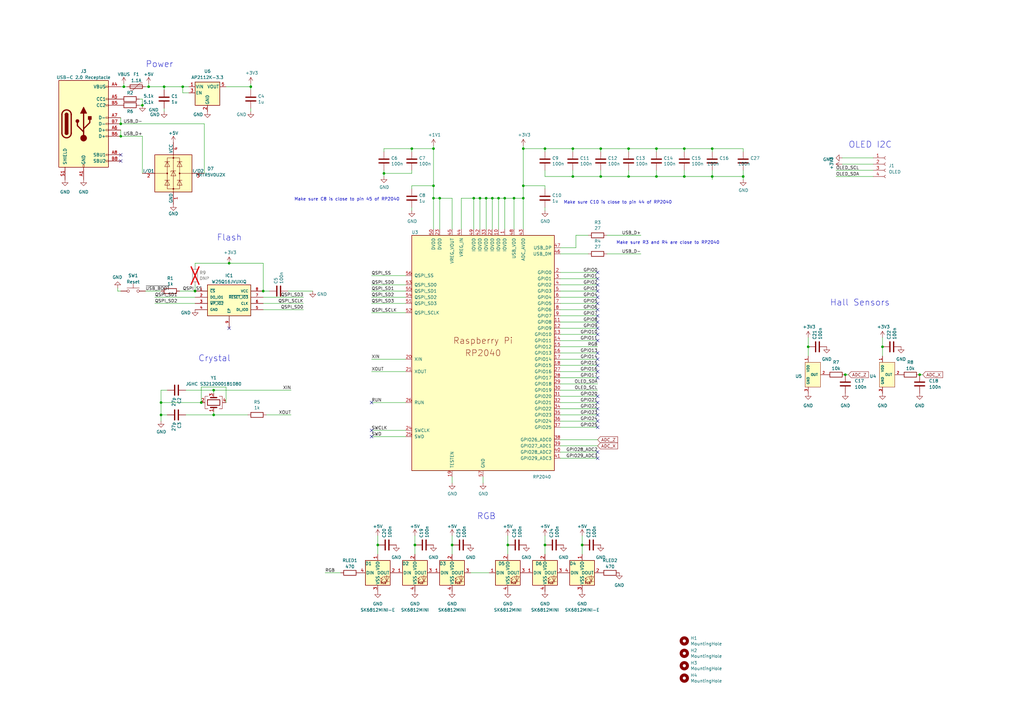
<source format=kicad_sch>
(kicad_sch (version 20230121) (generator eeschema)
  (paper "A3")
  (title_block (title "RP2040  MoonPad") (date "2023-02-10") (rev "REV1") (company "Rephlex"))
  (junction (at 185.42 223.52))
  (junction (at 177.8 60.96))
  (junction (at 304.8 72.39))
  (junction (at 93.98 107.95))
  (junction (at 87.63 160.02))
  (junction (at 246.38 72.39))
  (junction (at 257.81 72.39))
  (junction (at 196.85 81.28))
  (junction (at 257.81 60.96))
  (junction (at 102.87 35.56))
  (junction (at 66.04 170.18))
  (junction (at 214.63 81.28))
  (junction (at 87.63 170.18))
  (junction (at 207.01 81.28))
  (junction (at 361.95 142.24))
  (junction (at 170.18 223.52))
  (junction (at 238.76 223.52))
  (junction (at 201.93 81.28))
  (junction (at 107.95 119.38))
  (junction (at 377.19 153.67))
  (junction (at 208.28 223.52))
  (junction (at 157.48 71.12))
  (junction (at 74.93 35.56))
  (junction (at 194.31 81.28))
  (junction (at 280.67 72.39))
  (junction (at 67.31 35.56))
  (junction (at 214.63 60.96))
  (junction (at 177.8 81.28))
  (junction (at 214.63 76.2))
  (junction (at 66.04 165.1))
  (junction (at 269.24 60.96))
  (junction (at 280.67 60.96))
  (junction (at 204.47 81.28))
  (junction (at 49.53 50.8))
  (junction (at 223.52 60.96))
  (junction (at 82.55 165.1))
  (junction (at 210.82 81.28))
  (junction (at 346.71 153.67))
  (junction (at 168.91 60.96))
  (junction (at 292.1 72.39))
  (junction (at 223.52 223.52))
  (junction (at 50.8 35.56))
  (junction (at 199.39 81.28))
  (junction (at 331.47 142.24))
  (junction (at 292.1 60.96))
  (junction (at 80.01 119.38))
  (junction (at 60.96 35.56))
  (junction (at 234.95 60.96))
  (junction (at 269.24 72.39))
  (junction (at 49.53 55.88))
  (junction (at 177.8 76.2))
  (junction (at 246.38 60.96))
  (junction (at 180.34 81.28))
  (junction (at 154.94 223.52))
  (junction (at 58.42 43.18))
  (junction (at 234.95 72.39))
  (no_connect (at 245.11 144.78))
  (no_connect (at 152.4 165.1))
  (no_connect (at 245.11 124.46))
  (no_connect (at 245.11 114.3))
  (no_connect (at 93.98 134.62))
  (no_connect (at 245.11 119.38))
  (no_connect (at 49.53 63.5))
  (no_connect (at 245.11 121.92))
  (no_connect (at 245.11 149.86))
  (no_connect (at 49.53 66.04))
  (no_connect (at 245.11 111.76))
  (no_connect (at 245.11 137.16))
  (no_connect (at 152.4 176.53))
  (no_connect (at 245.11 129.54))
  (no_connect (at 245.11 147.32))
  (no_connect (at 245.11 165.1))
  (no_connect (at 245.11 167.64))
  (no_connect (at 245.11 134.62))
  (no_connect (at 245.11 139.7))
  (no_connect (at 245.11 132.08))
  (no_connect (at 245.11 172.72))
  (no_connect (at 245.11 127))
  (no_connect (at 245.11 116.84))
  (no_connect (at 245.11 162.56))
  (no_connect (at 245.11 187.96))
  (no_connect (at 245.11 154.94))
  (no_connect (at 245.11 152.4))
  (no_connect (at 245.11 185.42))
  (no_connect (at 245.11 175.26))
  (no_connect (at 245.11 170.18))
  (no_connect (at 152.4 179.07))
  (wire (pts (xy 229.87 144.78) (xy 245.11 144.78)))
  (wire (pts (xy 238.76 223.52) (xy 238.76 227.33)))
  (wire (pts (xy 342.9 69.85) (xy 358.14 69.85)))
  (wire (pts (xy 361.95 138.43) (xy 361.95 142.24)))
  (wire (pts (xy 331.47 138.43) (xy 331.47 142.24)))
  (wire (pts (xy 204.47 93.98) (xy 204.47 81.28)))
  (wire (pts (xy 229.87 162.56) (xy 245.11 162.56)))
  (wire (pts (xy 229.87 165.1) (xy 245.11 165.1)))
  (wire (pts (xy 166.37 113.03) (xy 152.4 113.03)))
  (wire (pts (xy 74.93 35.56) (xy 74.93 38.1)))
  (wire (pts (xy 166.37 176.53) (xy 152.4 176.53)))
  (wire (pts (xy 60.96 34.29) (xy 60.96 35.56)))
  (wire (pts (xy 157.48 62.23) (xy 157.48 60.96)))
  (wire (pts (xy 292.1 60.96) (xy 304.8 60.96)))
  (wire (pts (xy 292.1 72.39) (xy 304.8 72.39)))
  (wire (pts (xy 229.87 116.84) (xy 245.11 116.84)))
  (wire (pts (xy 66.04 165.1) (xy 66.04 170.18)))
  (wire (pts (xy 229.87 132.08) (xy 245.11 132.08)))
  (wire (pts (xy 157.48 69.85) (xy 157.48 71.12)))
  (wire (pts (xy 234.95 60.96) (xy 246.38 60.96)))
  (wire (pts (xy 48.26 119.38) (xy 48.26 118.11)))
  (wire (pts (xy 342.9 72.39) (xy 358.14 72.39)))
  (wire (pts (xy 238.76 219.71) (xy 238.76 223.52)))
  (wire (pts (xy 157.48 71.12) (xy 157.48 72.39)))
  (wire (pts (xy 93.98 107.95) (xy 107.95 107.95)))
  (wire (pts (xy 157.48 71.12) (xy 168.91 71.12)))
  (wire (pts (xy 201.93 81.28) (xy 204.47 81.28)))
  (wire (pts (xy 77.47 35.56) (xy 74.93 35.56)))
  (wire (pts (xy 229.87 175.26) (xy 245.11 175.26)))
  (wire (pts (xy 154.94 219.71) (xy 154.94 223.52)))
  (wire (pts (xy 168.91 85.09) (xy 168.91 86.36)))
  (wire (pts (xy 76.2 170.18) (xy 87.63 170.18)))
  (wire (pts (xy 234.95 69.85) (xy 234.95 72.39)))
  (wire (pts (xy 83.82 50.8) (xy 83.82 71.12)))
  (wire (pts (xy 168.91 60.96) (xy 177.8 60.96)))
  (wire (pts (xy 214.63 60.96) (xy 214.63 76.2)))
  (wire (pts (xy 152.4 124.46) (xy 166.37 124.46)))
  (wire (pts (xy 68.58 160.02) (xy 66.04 160.02)))
  (wire (pts (xy 58.42 43.18) (xy 57.15 43.18)))
  (wire (pts (xy 170.18 223.52) (xy 170.18 227.33)))
  (wire (pts (xy 92.71 158.75) (xy 82.55 158.75)))
  (wire (pts (xy 177.8 59.69) (xy 177.8 60.96)))
  (wire (pts (xy 82.55 158.75) (xy 82.55 165.1)))
  (wire (pts (xy 194.31 93.98) (xy 194.31 81.28)))
  (wire (pts (xy 229.87 154.94) (xy 245.11 154.94)))
  (wire (pts (xy 124.46 124.46) (xy 107.95 124.46)))
  (wire (pts (xy 128.27 119.38) (xy 118.11 119.38)))
  (wire (pts (xy 223.52 60.96) (xy 234.95 60.96)))
  (wire (pts (xy 80.01 124.46) (xy 63.5 124.46)))
  (wire (pts (xy 102.87 36.83) (xy 102.87 35.56)))
  (wire (pts (xy 107.95 121.92) (xy 124.46 121.92)))
  (wire (pts (xy 229.87 170.18) (xy 245.11 170.18)))
  (wire (pts (xy 92.71 165.1) (xy 92.71 158.75)))
  (wire (pts (xy 110.49 119.38) (xy 107.95 119.38)))
  (wire (pts (xy 229.87 152.4) (xy 245.11 152.4)))
  (wire (pts (xy 168.91 62.23) (xy 168.91 60.96)))
  (wire (pts (xy 257.81 62.23) (xy 257.81 60.96)))
  (wire (pts (xy 66.04 119.38) (xy 59.69 119.38)))
  (wire (pts (xy 223.52 62.23) (xy 223.52 60.96)))
  (wire (pts (xy 292.1 69.85) (xy 292.1 72.39)))
  (wire (pts (xy 280.67 69.85) (xy 280.67 72.39)))
  (wire (pts (xy 347.98 153.67) (xy 346.71 153.67)))
  (wire (pts (xy 229.87 121.92) (xy 245.11 121.92)))
  (wire (pts (xy 74.93 35.56) (xy 67.31 35.56)))
  (wire (pts (xy 304.8 72.39) (xy 304.8 73.66)))
  (wire (pts (xy 102.87 44.45) (xy 102.87 45.72)))
  (wire (pts (xy 166.37 165.1) (xy 152.4 165.1)))
  (wire (pts (xy 50.8 35.56) (xy 49.53 35.56)))
  (wire (pts (xy 248.92 96.52) (xy 262.89 96.52)))
  (wire (pts (xy 331.47 142.24) (xy 331.47 146.05)))
  (wire (pts (xy 92.71 35.56) (xy 102.87 35.56)))
  (wire (pts (xy 154.94 223.52) (xy 154.94 227.33)))
  (wire (pts (xy 168.91 77.47) (xy 168.91 76.2)))
  (wire (pts (xy 269.24 60.96) (xy 280.67 60.96)))
  (wire (pts (xy 80.01 107.95) (xy 80.01 109.22)))
  (wire (pts (xy 49.53 53.34) (xy 49.53 55.88)))
  (wire (pts (xy 214.63 59.69) (xy 214.63 60.96)))
  (wire (pts (xy 107.95 127) (xy 124.46 127)))
  (wire (pts (xy 358.14 67.31) (xy 345.44 67.31)))
  (wire (pts (xy 58.42 40.64) (xy 58.42 43.18)))
  (wire (pts (xy 223.52 223.52) (xy 223.52 227.33)))
  (wire (pts (xy 59.69 35.56) (xy 60.96 35.56)))
  (wire (pts (xy 204.47 81.28) (xy 207.01 81.28)))
  (wire (pts (xy 236.22 96.52) (xy 236.22 101.6)))
  (wire (pts (xy 280.67 60.96) (xy 292.1 60.96)))
  (wire (pts (xy 177.8 60.96) (xy 177.8 76.2)))
  (wire (pts (xy 234.95 72.39) (xy 223.52 72.39)))
  (wire (pts (xy 229.87 129.54) (xy 245.11 129.54)))
  (wire (pts (xy 229.87 139.7) (xy 245.11 139.7)))
  (wire (pts (xy 214.63 81.28) (xy 214.63 93.98)))
  (wire (pts (xy 207.01 81.28) (xy 207.01 93.98)))
  (wire (pts (xy 180.34 93.98) (xy 180.34 81.28)))
  (wire (pts (xy 234.95 62.23) (xy 234.95 60.96)))
  (wire (pts (xy 157.48 60.96) (xy 168.91 60.96)))
  (wire (pts (xy 245.11 182.88) (xy 229.87 182.88)))
  (wire (pts (xy 87.63 160.02) (xy 119.38 160.02)))
  (wire (pts (xy 200.66 234.95) (xy 193.04 234.95)))
  (wire (pts (xy 292.1 72.39) (xy 292.1 73.66)))
  (wire (pts (xy 269.24 72.39) (xy 257.81 72.39)))
  (wire (pts (xy 87.63 161.29) (xy 87.63 160.02)))
  (wire (pts (xy 107.95 107.95) (xy 107.95 119.38)))
  (wire (pts (xy 194.31 81.28) (xy 196.85 81.28)))
  (wire (pts (xy 87.63 170.18) (xy 101.6 170.18)))
  (wire (pts (xy 76.2 160.02) (xy 87.63 160.02)))
  (wire (pts (xy 378.46 153.67) (xy 377.19 153.67)))
  (wire (pts (xy 246.38 62.23) (xy 246.38 60.96)))
  (wire (pts (xy 185.42 219.71) (xy 185.42 223.52)))
  (wire (pts (xy 361.95 142.24) (xy 361.95 146.05)))
  (wire (pts (xy 229.87 172.72) (xy 245.11 172.72)))
  (wire (pts (xy 189.23 93.98) (xy 189.23 81.28)))
  (wire (pts (xy 269.24 69.85) (xy 269.24 72.39)))
  (wire (pts (xy 66.04 165.1) (xy 82.55 165.1)))
  (wire (pts (xy 50.8 34.29) (xy 50.8 35.56)))
  (wire (pts (xy 257.81 69.85) (xy 257.81 72.39)))
  (wire (pts (xy 229.87 111.76) (xy 245.11 111.76)))
  (wire (pts (xy 152.4 147.32) (xy 166.37 147.32)))
  (wire (pts (xy 229.87 157.48) (xy 245.11 157.48)))
  (wire (pts (xy 345.44 64.77) (xy 358.14 64.77)))
  (wire (pts (xy 152.4 116.84) (xy 166.37 116.84)))
  (wire (pts (xy 210.82 93.98) (xy 210.82 81.28)))
  (wire (pts (xy 60.96 35.56) (xy 67.31 35.56)))
  (wire (pts (xy 304.8 69.85) (xy 304.8 72.39)))
  (wire (pts (xy 170.18 219.71) (xy 170.18 223.52)))
  (wire (pts (xy 208.28 219.71) (xy 208.28 223.52)))
  (wire (pts (xy 257.81 72.39) (xy 246.38 72.39)))
  (wire (pts (xy 180.34 81.28) (xy 177.8 81.28)))
  (wire (pts (xy 67.31 36.83) (xy 67.31 35.56)))
  (wire (pts (xy 223.52 85.09) (xy 223.52 86.36)))
  (wire (pts (xy 245.11 180.34) (xy 229.87 180.34)))
  (wire (pts (xy 80.01 121.92) (xy 63.5 121.92)))
  (wire (pts (xy 229.87 124.46) (xy 245.11 124.46)))
  (wire (pts (xy 229.87 104.14) (xy 241.3 104.14)))
  (wire (pts (xy 236.22 96.52) (xy 241.3 96.52)))
  (wire (pts (xy 214.63 60.96) (xy 223.52 60.96)))
  (wire (pts (xy 68.58 170.18) (xy 66.04 170.18)))
  (wire (pts (xy 168.91 71.12) (xy 168.91 69.85)))
  (wire (pts (xy 280.67 72.39) (xy 292.1 72.39)))
  (wire (pts (xy 168.91 76.2) (xy 177.8 76.2)))
  (wire (pts (xy 292.1 62.23) (xy 292.1 60.96)))
  (wire (pts (xy 248.92 104.14) (xy 262.89 104.14)))
  (wire (pts (xy 185.42 223.52) (xy 185.42 227.33)))
  (wire (pts (xy 229.87 134.62) (xy 245.11 134.62)))
  (wire (pts (xy 304.8 62.23) (xy 304.8 60.96)))
  (wire (pts (xy 58.42 40.64) (xy 57.15 40.64)))
  (wire (pts (xy 223.52 219.71) (xy 223.52 223.52)))
  (wire (pts (xy 214.63 76.2) (xy 214.63 81.28)))
  (wire (pts (xy 198.12 195.58) (xy 198.12 198.12)))
  (wire (pts (xy 280.67 62.23) (xy 280.67 60.96)))
  (wire (pts (xy 185.42 81.28) (xy 180.34 81.28)))
  (wire (pts (xy 52.07 35.56) (xy 50.8 35.56)))
  (wire (pts (xy 67.31 44.45) (xy 67.31 45.72)))
  (wire (pts (xy 49.53 50.8) (xy 83.82 50.8)))
  (wire (pts (xy 196.85 93.98) (xy 196.85 81.28)))
  (wire (pts (xy 185.42 93.98) (xy 185.42 81.28)))
  (wire (pts (xy 246.38 69.85) (xy 246.38 72.39)))
  (wire (pts (xy 229.87 147.32) (xy 245.11 147.32)))
  (wire (pts (xy 152.4 121.92) (xy 166.37 121.92)))
  (wire (pts (xy 210.82 81.28) (xy 214.63 81.28)))
  (wire (pts (xy 214.63 76.2) (xy 223.52 76.2)))
  (wire (pts (xy 257.81 60.96) (xy 269.24 60.96)))
  (wire (pts (xy 280.67 72.39) (xy 269.24 72.39)))
  (wire (pts (xy 229.87 160.02) (xy 245.11 160.02)))
  (wire (pts (xy 80.01 116.84) (xy 80.01 119.38)))
  (wire (pts (xy 185.42 195.58) (xy 185.42 198.12)))
  (wire (pts (xy 229.87 185.42) (xy 245.11 185.42)))
  (wire (pts (xy 229.87 167.64) (xy 245.11 167.64)))
  (wire (pts (xy 246.38 60.96) (xy 257.81 60.96)))
  (wire (pts (xy 223.52 69.85) (xy 223.52 72.39)))
  (wire (pts (xy 201.93 93.98) (xy 201.93 81.28)))
  (wire (pts (xy 229.87 149.86) (xy 245.11 149.86)))
  (wire (pts (xy 166.37 128.27) (xy 152.4 128.27)))
  (wire (pts (xy 133.35 234.95) (xy 139.7 234.95)))
  (wire (pts (xy 199.39 93.98) (xy 199.39 81.28)))
  (wire (pts (xy 208.28 223.52) (xy 208.28 227.33)))
  (wire (pts (xy 223.52 77.47) (xy 223.52 76.2)))
  (wire (pts (xy 109.22 170.18) (xy 119.38 170.18)))
  (wire (pts (xy 177.8 81.28) (xy 177.8 93.98)))
  (wire (pts (xy 73.66 119.38) (xy 80.01 119.38)))
  (wire (pts (xy 152.4 119.38) (xy 166.37 119.38)))
  (wire (pts (xy 49.53 119.38) (xy 48.26 119.38)))
  (wire (pts (xy 199.39 81.28) (xy 201.93 81.28)))
  (wire (pts (xy 80.01 107.95) (xy 93.98 107.95)))
  (wire (pts (xy 229.87 127) (xy 245.11 127)))
  (wire (pts (xy 102.87 35.56) (xy 102.87 34.29)))
  (wire (pts (xy 189.23 81.28) (xy 194.31 81.28)))
  (wire (pts (xy 66.04 170.18) (xy 66.04 172.72)))
  (wire (pts (xy 229.87 187.96) (xy 245.11 187.96)))
  (wire (pts (xy 87.63 168.91) (xy 87.63 170.18)))
  (wire (pts (xy 177.8 76.2) (xy 177.8 81.28)))
  (wire (pts (xy 58.42 55.88) (xy 58.42 71.12)))
  (wire (pts (xy 269.24 62.23) (xy 269.24 60.96)))
  (wire (pts (xy 49.53 48.26) (xy 49.53 50.8)))
  (wire (pts (xy 196.85 81.28) (xy 199.39 81.28)))
  (wire (pts (xy 207.01 81.28) (xy 210.82 81.28)))
  (wire (pts (xy 74.93 38.1) (xy 77.47 38.1)))
  (wire (pts (xy 229.87 114.3) (xy 245.11 114.3)))
  (wire (pts (xy 49.53 55.88) (xy 58.42 55.88)))
  (wire (pts (xy 229.87 101.6) (xy 236.22 101.6)))
  (wire (pts (xy 229.87 119.38) (xy 245.11 119.38)))
  (wire (pts (xy 166.37 152.4) (xy 152.4 152.4)))
  (wire (pts (xy 166.37 179.07) (xy 152.4 179.07)))
  (wire (pts (xy 229.87 142.24) (xy 245.11 142.24)))
  (wire (pts (xy 229.87 137.16) (xy 245.11 137.16)))
  (wire (pts (xy 246.38 72.39) (xy 234.95 72.39)))
  (wire (pts (xy 66.04 160.02) (xy 66.04 165.1)))
  (text "Flash" (at 88.9 99.06 0) (effects (font (size 2.54 2.54)) (justify left bottom)))
  (text "OLED I2C" (at 347.98 60.96 0) (effects (font (size 2.54 2.54)) (justify left bottom)))
  (text "Power" (at 59.69 27.94 0) (effects (font (size 2.54 2.54)) (justify left bottom)))
  (text "Make sure R3 and R4 are close to RP2040" (at 252.73 100.33 0) (effects (font (size 1.27 1.27)) (justify left bottom)))
  (text "Make sure C10 is close to pin 44 of RP2040" (at 231.14 83.82 0) (effects (font (size 1.27 1.27)) (justify left bottom)))
  (text "Hall Sensors" (at 340.36 125.73 0) (effects (font (size 2.54 2.54)) (justify left bottom)))
  (text "Crystal" (at 81.28 148.59 0) (effects (font (size 2.54 2.54)) (justify left bottom)))
  (text "RGB" (at 195.58 213.36 0) (effects (font (size 2.54 2.54)) (justify left bottom)))
  (text "Make sure C8 is close to pin 45 of RP2040" (at 120.65 82.55 0) (effects (font (size 1.27 1.27)) (justify left bottom)))
  (label "GPIO11" (at 245.11 139.7 180))
  (label "GPIO5" (at 245.11 124.46 180))
  (label "USB_D+" (at 262.89 96.52 180))
  (label "QSPI_SD0" (at 152.4 116.84 0))
  (label "OLED_SDA" (at 342.9 72.39 0))
  (label "RUN" (at 152.4 165.1 0))
  (label "QSPI_SCLK" (at 124.46 124.46 180))
  (label "OLED_SCL" (at 342.9 69.85 0))
  (label "QSPI_SS" (at 152.4 113.03 0))
  (label "GPIO21" (at 245.11 165.1 180))
  (label "GPIO25" (at 245.11 175.26 180))
  (label "GPIO13" (at 245.11 144.78 180))
  (label "OLED_SDA" (at 245.11 157.48 180))
  (label "GPIO8" (at 245.11 132.08 180))
  (label "XIN" (at 152.4 147.32 0))
  (label "XOUT" (at 119.38 170.18 180))
  (label "GPIO4" (at 245.11 121.92 180))
  (label "GPIO28_ADC2" (at 245.11 185.42 180))
  (label "GPIO20" (at 245.11 162.56 180))
  (label "GPIO24" (at 245.11 172.72 180))
  (label "GPIO29_ADC3" (at 245.11 187.96 180))
  (label "GPIO2" (at 245.11 116.84 180))
  (label "QSPI_SD2" (at 63.5 124.46 0))
  (label "GPIO0" (at 245.11 111.76 180))
  (label "QSPI_SD2" (at 152.4 121.92 0))
  (label "GPIO14" (at 245.11 147.32 180))
  (label "GPIO9" (at 245.11 134.62 180))
  (label "GPIO23" (at 245.11 170.18 180))
  (label "GPIO3" (at 245.11 119.38 180))
  (label "GPIO10" (at 245.11 137.16 180))
  (label "GPIO16" (at 245.11 152.4 180))
  (label "USB_D-" (at 58.42 50.8 180))
  (label "QSPI_SD3" (at 124.46 121.92 180))
  (label "GPIO7" (at 245.11 129.54 180))
  (label "USB_D-" (at 262.89 104.14 180))
  (label "QSPI_SS" (at 74.93 119.38 0))
  (label "RGB" (at 245.11 142.24 180))
  (label "GPIO1" (at 245.11 114.3 180))
  (label "QSPI_SD3" (at 152.4 124.46 0))
  (label "RGB" (at 133.35 234.95 0))
  (label "XIN" (at 119.38 160.02 180))
  (label "SWCLK" (at 152.4 176.53 0))
  (label "USB_D+" (at 58.42 55.88 180))
  (label "XOUT" (at 152.4 152.4 0))
  (label "QSPI_SD0" (at 124.46 127 180))
  (label "GPIO15" (at 245.11 149.86 180))
  (label "GPIO22" (at 245.11 167.64 180))
  (label "QSPI_SD1" (at 152.4 119.38 0))
  (label "GPIO17" (at 245.11 154.94 180))
  (label "GPIO6" (at 245.11 127 180))
  (label "QSPI_SD1" (at 63.5 121.92 0))
  (label "OLED_SCL" (at 245.11 160.02 180))
  (label "SWD" (at 152.4 179.07 0))
  (label "~{USB_BOOT}" (at 59.69 119.38 0))
  (label "QSPI_SCLK" (at 152.4 128.27 0))
  (global_label "ADC_Z" (shape input) (at 245.11 180.34 0) (property "Intersheetrefs" "${INTERSHEET_REFS}" (effects hide)))
  (global_label "ADC_X" (shape input) (at 378.46 153.67 0) (property "Intersheetrefs" "${INTERSHEET_REFS}" (effects hide)))
  (global_label "ADC_X" (shape input) (at 245.11 182.88 0) (property "Intersheetrefs" "${INTERSHEET_REFS}" (effects hide)))
  (global_label "ADC_Z" (shape input) (at 347.98 153.67 0) (property "Intersheetrefs" "${INTERSHEET_REFS}" (effects hide)))
  (symbol (lib_id "MCU_RaspberryPi_RP2040:RP2040") (at 198.12 144.78 0) (unit 1)
    (property "Reference" "U3" (at 170.18 95.25 0))
    (property "Value" "RP2040" (at 222.25 195.58 0))
    (property "Footprint" "Moonpad:RP2040-QFN-56" (effects hide))
    (property "Datasheet" "https://datasheet.lcsc.com/lcsc/2201101600_Raspberry-Pi-RP2040_C2040.pdf" (effects hide))
    (property "LCSC Part" "C2040" (effects hide))
    (property "LCSC" "C2040" (effects hide))
  )
  (symbol (lib_id "Device:C") (at 72.39 160.02 270) (unit 1)
    (property "Reference" "C2" (at 73.5584 162.941 0) (effects (justify left)))
    (property "Value" "27p" (at 71.247 162.941 0) (effects (justify left)))
    (property "Footprint" "Capacitor_SMD:C_0402_1005Metric" (effects hide))
    (property "LCSC" "C86287" (effects hide))
  )
  (symbol (lib_id "Device:C") (at 72.39 170.18 270) (unit 1)
    (property "Reference" "C3" (at 73.5584 173.101 0) (effects (justify left)))
    (property "Value" "27p" (at 71.247 173.101 0) (effects (justify left)))
    (property "Footprint" "Capacitor_SMD:C_0402_1005Metric" (effects hide))
    (property "LCSC" "C86287" (effects hide))
  )
  (symbol (lib_id "power:GND") (at 66.04 172.72 0) (unit 1)
    (property "Reference" "#PWR06" (effects hide))
    (property "Value" "GND" (at 66.167 177.1142 0))
  )
  (symbol (lib_id "power:GND") (at 198.12 198.12 0) (unit 1)
    (property "Reference" "#PWR016" (effects hide))
    (property "Value" "GND" (at 198.247 202.5142 0))
  )
  (symbol (lib_id "power:GND") (at 185.42 198.12 0) (unit 1)
    (property "Reference" "#PWR015" (effects hide))
    (property "Value" "GND" (at 185.547 202.5142 0))
  )
  (symbol (lib_id "Device:R") (at 245.11 96.52 270) (unit 1)
    (property "Reference" "R3" (at 245.11 91.2622 90))
    (property "Value" "27" (at 245.11 93.5736 90))
    (property "Footprint" "Resistor_SMD:R_0402_1005Metric" (effects hide))
    (property "Datasheet" "https://datasheet.lcsc.com/lcsc/2205311900_UNI-ROYAL-Uniroyal-Elec-0402WGF270JTCE_C25100.pdf" (effects hide))
    (property "LCSC Part" "C25100" (effects hide))
    (property "LCSC" "C25100" (effects hide))
  )
  (symbol (lib_id "Device:R") (at 245.11 104.14 270) (unit 1)
    (property "Reference" "R4" (at 245.11 98.8822 90))
    (property "Value" "27" (at 245.11 101.1936 90))
    (property "Footprint" "Resistor_SMD:R_0402_1005Metric" (effects hide))
    (property "Datasheet" "https://datasheet.lcsc.com/lcsc/2205311900_UNI-ROYAL-Uniroyal-Elec-0402WGF270JTCE_C25100.pdf" (effects hide))
    (property "LCSC Part" "C25100" (effects hide))
    (property "LCSC" "C25100" (effects hide))
  )
  (symbol (lib_id "power:+3V3") (at 214.63 59.69 0) (unit 1)
    (property "Reference" "#PWR017" (effects hide))
    (property "Value" "+3V3" (at 215.011 55.2958 0))
  )
  (symbol (lib_id "power:+1V1") (at 177.8 59.69 0) (unit 1)
    (property "Reference" "#PWR014" (effects hide))
    (property "Value" "+1V1" (at 178.181 55.2958 0))
  )
  (symbol (lib_id "Device:C") (at 223.52 66.04 0) (unit 1)
    (property "Reference" "C9" (at 226.441 64.8716 0) (effects (justify left)))
    (property "Value" "100n" (at 226.441 67.183 0) (effects (justify left)))
    (property "Footprint" "Capacitor_SMD:C_0402_1005Metric" (effects hide))
    (property "LCSC" "C1525" (effects hide))
  )
  (symbol (lib_id "Device:C") (at 234.95 66.04 0) (unit 1)
    (property "Reference" "C11" (at 237.871 64.8716 0) (effects (justify left)))
    (property "Value" "100n" (at 237.871 67.183 0) (effects (justify left)))
    (property "Footprint" "Capacitor_SMD:C_0402_1005Metric" (effects hide))
    (property "LCSC" "C1525" (effects hide))
  )
  (symbol (lib_id "Device:C") (at 246.38 66.04 0) (unit 1)
    (property "Reference" "C12" (at 249.301 64.8716 0) (effects (justify left)))
    (property "Value" "100n" (at 249.301 67.183 0) (effects (justify left)))
    (property "Footprint" "Capacitor_SMD:C_0402_1005Metric" (effects hide))
    (property "LCSC" "C1525" (effects hide))
  )
  (symbol (lib_id "Device:C") (at 257.81 66.04 0) (unit 1)
    (property "Reference" "C13" (at 260.731 64.8716 0) (effects (justify left)))
    (property "Value" "100n" (at 260.731 67.183 0) (effects (justify left)))
    (property "Footprint" "Capacitor_SMD:C_0402_1005Metric" (effects hide))
    (property "LCSC" "C1525" (effects hide))
  )
  (symbol (lib_id "Device:C") (at 269.24 66.04 0) (unit 1)
    (property "Reference" "C14" (at 272.161 64.8716 0) (effects (justify left)))
    (property "Value" "100n" (at 272.161 67.183 0) (effects (justify left)))
    (property "Footprint" "Capacitor_SMD:C_0402_1005Metric" (effects hide))
    (property "LCSC" "C1525" (effects hide))
  )
  (symbol (lib_id "Device:C") (at 280.67 66.04 0) (unit 1)
    (property "Reference" "C15" (at 283.591 64.8716 0) (effects (justify left)))
    (property "Value" "100n" (at 283.591 67.183 0) (effects (justify left)))
    (property "Footprint" "Capacitor_SMD:C_0402_1005Metric" (effects hide))
    (property "LCSC" "C1525" (effects hide))
  )
  (symbol (lib_id "Device:C") (at 292.1 66.04 0) (unit 1)
    (property "Reference" "C16" (at 295.021 64.8716 0) (effects (justify left)))
    (property "Value" "100n" (at 295.021 67.183 0) (effects (justify right)))
    (property "Footprint" "Capacitor_SMD:C_0402_1005Metric" (effects hide))
    (property "LCSC" "C1525" (effects hide))
  )
  (symbol (lib_id "Device:C") (at 157.48 66.04 0) (unit 1)
    (property "Reference" "C6" (at 160.401 64.8716 0) (effects (justify left)))
    (property "Value" "100n" (at 160.401 67.183 0) (effects (justify left)))
    (property "Footprint" "Capacitor_SMD:C_0402_1005Metric" (effects hide))
    (property "LCSC" "C1525" (effects hide))
  )
  (symbol (lib_id "Device:C") (at 168.91 66.04 0) (unit 1)
    (property "Reference" "C7" (at 171.831 64.8716 0) (effects (justify left)))
    (property "Value" "100n" (at 171.831 67.183 0) (effects (justify left)))
    (property "Footprint" "Capacitor_SMD:C_0402_1005Metric" (effects hide))
    (property "LCSC" "C1525" (effects hide))
  )
  (symbol (lib_id "Device:C") (at 168.91 81.28 0) (unit 1)
    (property "Reference" "C8" (at 171.831 80.1116 0) (effects (justify left)))
    (property "Value" "1u" (at 171.831 82.423 0) (effects (justify left)))
    (property "Footprint" "Capacitor_SMD:C_0402_1005Metric" (effects hide))
    (property "LCSC" "C52923" (effects hide))
  )
  (symbol (lib_id "Device:C") (at 223.52 81.28 0) (unit 1)
    (property "Reference" "C10" (at 226.441 80.1116 0) (effects (justify left)))
    (property "Value" "1u" (at 226.441 82.423 0) (effects (justify left)))
    (property "Footprint" "Capacitor_SMD:C_0402_1005Metric" (effects hide))
    (property "LCSC" "C52923" (effects hide))
  )
  (symbol (lib_id "Mechanical:MountingHole") (at 280.67 262.89 0) (unit 1)
    (property "Reference" "H1" (at 283.21 261.7216 0) (effects (justify left)))
    (property "Value" "MountingHole" (at 283.21 264.033 0) (effects (justify left)))
    (property "Footprint" "MountingHole:MountingHole_2.2mm_M2" (effects hide))
  )
  (symbol (lib_id "Mechanical:MountingHole") (at 280.67 267.97 0) (unit 1)
    (property "Reference" "H2" (at 283.21 266.8016 0) (effects (justify left)))
    (property "Value" "MountingHole" (at 283.21 269.113 0) (effects (justify left)))
    (property "Footprint" "MountingHole:MountingHole_2.2mm_M2" (effects hide))
  )
  (symbol (lib_id "Mechanical:MountingHole") (at 280.67 273.05 0) (unit 1)
    (property "Reference" "H3" (at 283.21 271.8816 0) (effects (justify left)))
    (property "Value" "MountingHole" (at 283.21 274.193 0) (effects (justify left)))
    (property "Footprint" "MountingHole:MountingHole_2.2mm_M2" (effects hide))
  )
  (symbol (lib_id "Mechanical:MountingHole") (at 280.67 278.13 0) (unit 1)
    (property "Reference" "H4" (at 283.21 276.9616 0) (effects (justify left)))
    (property "Value" "MountingHole" (at 283.21 279.273 0) (effects (justify left)))
    (property "Footprint" "MountingHole:MountingHole_2.2mm_M2" (effects hide))
  )
  (symbol (lib_id "power:GND") (at 157.48 72.39 0) (unit 1)
    (property "Reference" "#PWR012" (effects hide))
    (property "Value" "GND" (at 157.607 76.7842 0))
  )
  (symbol (lib_id "power:GND") (at 168.91 86.36 0) (unit 1)
    (property "Reference" "#PWR013" (effects hide))
    (property "Value" "GND" (at 169.037 90.7542 0))
  )
  (symbol (lib_id "power:GND") (at 223.52 86.36 0) (unit 1)
    (property "Reference" "#PWR018" (effects hide))
    (property "Value" "GND" (at 223.647 90.7542 0))
  )
  (symbol (lib_id "power:GND") (at 85.09 45.72 0) (unit 1)
    (property "Reference" "#PWR05" (effects hide))
    (property "Value" "GND" (at 81.28 46.99 0))
  )
  (symbol (lib_id "power:+3V3") (at 102.87 34.29 0) (unit 1)
    (property "Reference" "#PWR09" (effects hide))
    (property "Value" "+3V3" (at 103.251 29.8958 0))
  )
  (symbol (lib_id "Device:C") (at 67.31 40.64 0) (unit 1)
    (property "Reference" "C1" (at 70.231 39.4716 0) (effects (justify left)))
    (property "Value" "1u" (at 70.231 41.783 0) (effects (justify left)))
    (property "Footprint" "Capacitor_SMD:C_0805_2012Metric" (effects hide))
    (property "Datasheet" "https://datasheet.lcsc.com/lcsc/1810191216_Samsung-Electro-Mechanics-CL21B105KBFNNNE_C28323.pdf" (effects hide))
    (property "LCSC Part" "C28323" (effects hide))
    (property "LCSC" "C28323" (effects hide))
  )
  (symbol (lib_id "Device:C") (at 102.87 40.64 0) (unit 1)
    (property "Reference" "C4" (at 105.791 39.4716 0) (effects (justify left)))
    (property "Value" "1u" (at 105.791 41.783 0) (effects (justify left)))
    (property "Footprint" "Capacitor_SMD:C_0805_2012Metric" (effects hide))
    (property "Datasheet" "https://datasheet.lcsc.com/lcsc/1810191216_Samsung-Electro-Mechanics-CL21B105KBFNNNE_C28323.pdf" (effects hide))
    (property "LCSC Part" "C28323" (effects hide))
    (property "LCSC" "C28323" (effects hide))
  )
  (symbol (lib_id "power:GND") (at 67.31 45.72 0) (unit 1)
    (property "Reference" "#PWR04" (effects hide))
    (property "Value" "GND" (at 63.5 46.99 0))
  )
  (symbol (lib_id "power:GND") (at 102.87 45.72 0) (unit 1)
    (property "Reference" "#PWR010" (effects hide))
    (property "Value" "GND" (at 99.06 46.99 0))
  )
  (symbol (lib_id "Device:R") (at 105.41 170.18 270) (unit 1)
    (property "Reference" "R5" (at 105.41 164.9222 90))
    (property "Value" "1k" (at 105.41 167.2336 90))
    (property "Footprint" "Resistor_SMD:R_0402_1005Metric" (effects hide))
    (property "Datasheet" "https://datasheet.lcsc.com/lcsc/2205311845_UNI-ROYAL-Uniroyal-Elec-0402WGJ0102TCE_C25543.pdf" (effects hide))
    (property "LCSC Part" "C25543" (effects hide))
    (property "LCSC" "C25543" (effects hide))
  )
  (symbol (lib_id "49e:Hall_Sensor") (at 334.01 153.67 0) (unit 1)
    (property "Reference" "U5" (at 328.93 154.305 0) (effects (justify right)))
    (property "Value" "SLSS49E-3" (effects hide))
    (property "Footprint" "Package_TO_SOT_SMD:SOT-23" (effects hide))
    (property "Datasheet" "https://datasheet.lcsc.com/lcsc/2110081930_Slkor-SLKORMICRO-Elec--SLSS49E-3_C2904393.pdf" (effects hide))
    (property "LCSC Part" "C2904393" (effects hide))
    (property "LCSC" "C2904393" (effects hide))
  )
  (symbol (lib_id "power:+3V3") (at 331.47 138.43 0) (unit 1)
    (property "Reference" "#PWR020" (effects hide))
    (property "Value" "+3V3" (at 331.851 134.0358 0))
  )
  (symbol (lib_id "Device:R") (at 53.34 43.18 270) (unit 1)
    (property "Reference" "R6" (at 53.34 45.72 90))
    (property "Value" "5.1k" (at 60.96 41.91 90))
    (property "Footprint" "Resistor_SMD:R_0402_1005Metric" (effects hide))
    (property "Datasheet" "https://datasheet.lcsc.com/lcsc/2206010045_UNI-ROYAL-Uniroyal-Elec-0402WGF5101TCE_C25905.pdf" (effects hide))
    (property "LCSC" "C25905" (effects hide))
  )
  (symbol (lib_id "Device:C") (at 304.8 66.04 0) (unit 1)
    (property "Reference" "C27" (at 307.721 64.8716 0) (effects (justify left)))
    (property "Value" "100n" (at 307.721 67.183 0) (effects (justify right)))
    (property "Footprint" "Capacitor_SMD:C_0402_1005Metric" (effects hide))
    (property "LCSC" "C1525" (effects hide))
  )
  (symbol (lib_id "power:GND") (at 331.47 161.29 0) (unit 1)
    (property "Reference" "#PWR0110" (effects hide))
    (property "Value" "GND" (at 331.47 166.37 0))
  )
  (symbol (lib_id "power:GND") (at 369.57 142.24 0) (unit 1)
    (property "Reference" "#PWR029" (effects hide))
    (property "Value" "GND" (at 369.57 147.32 0))
  )
  (symbol (lib_id "kicad-keyboard-parts:SK6812MINI-E") (at 154.94 234.95 0) (unit 1)
    (property "Reference" "D1" (at 151.13 231.14 0))
    (property "Value" "SK6812MINI-E" (at 154.94 250.19 0))
    (property "Footprint" "kicad-keyboard-parts:MX_SK6812MINI-E_REV" (effects hide))
    (property "Datasheet" "https://cdn-shop.adafruit.com/product-files/2686/SK6812MINI_REV.01-1-2.pdf" (effects hide))
    (property "LCSC Part" "C5149201" (effects hide))
    (property "LCSC" "C5149201" (effects hide))
  )
  (symbol (lib_id "power:+5V") (at 154.94 219.71 0) (unit 1)
    (property "Reference" "#PWR022" (effects hide))
    (property "Value" "+5V" (at 154.94 215.9 0))
  )
  (symbol (lib_id "Regulator_Linear:AP2112K-3.3") (at 85.09 38.1 0) (unit 1)
    (property "Reference" "U6" (at 85.09 29.21 0))
    (property "Value" "AP2112K-3.3" (at 85.09 31.75 0))
    (property "Footprint" "Package_TO_SOT_SMD:SOT-23-5" (effects hide))
    (property "Datasheet" "https://www.diodes.com/assets/Datasheets/AP2112.pdf" (effects hide))
    (property "LCSC" "C51118" (effects hide))
  )
  (symbol (lib_id "power:GND") (at 71.12 83.82 0) (unit 1)
    (property "Reference" "#PWR047" (effects hide))
    (property "Value" "GND" (at 71.12 87.63 0))
  )
  (symbol (lib_id "power:GND") (at 80.01 127 0) (unit 1)
    (property "Reference" "#PWR08" (effects hide))
    (property "Value" "GND" (at 76.2 128.27 0))
  )
  (symbol (lib_id "power:VBUS") (at 50.8 34.29 0) (unit 1)
    (property "Reference" "#PWR03" (effects hide))
    (property "Value" "VBUS" (at 50.8 30.48 0))
  )
  (symbol (lib_id "MoonPad:SK6812MINI-B-12") (at 223.52 234.95 0) (unit 1)
    (property "Reference" "D6" (at 220.98 231.14 0))
    (property "Value" "SK6812MINI" (at 223.52 250.19 0))
    (property "Footprint" "Moonpad:LED_SK6812MINI-B-012_3.7x3.5mm_P1.1mm" (effects hide))
    (property "Datasheet" "https://datasheet.lcsc.com/lcsc/2209211130_OPSCO-Optoelectronics-SK6812MINI-B-012_C5183448.pdf" (effects hide))
    (property "LCSC Part" "C5183448" (effects hide))
    (property "LCSC" "C5183448" (effects hide))
  )
  (symbol (lib_id "power:GND") (at 170.18 242.57 0) (unit 1)
    (property "Reference" "#PWR031" (effects hide))
    (property "Value" "GND" (at 170.18 247.65 0))
  )
  (symbol (lib_id "power:GND") (at 346.71 161.29 0) (unit 1)
    (property "Reference" "#PWR024" (effects hide))
    (property "Value" "GND" (at 346.71 166.37 0))
  )
  (symbol (lib_id "power:GND") (at 339.09 142.24 0) (unit 1)
    (property "Reference" "#PWR028" (effects hide))
    (property "Value" "GND" (at 339.09 147.32 0))
  )
  (symbol (lib_id "Device:C") (at 346.71 157.48 0) (unit 1)
    (property "Reference" "C17" (at 350.52 156.21 0) (effects (justify left)))
    (property "Value" "100n" (at 350.52 158.75 0) (effects (justify left)))
    (property "Footprint" "Capacitor_SMD:C_0402_1005Metric" (effects hide))
    (property "LCSC" "C5139511" (effects hide))
  )
  (symbol (lib_id "Device:Polyfuse") (at 55.88 35.56 90) (unit 1)
    (property "Reference" "F1" (at 55.88 30.48 90))
    (property "Value" "1.1A" (at 55.88 33.02 90))
    (property "Footprint" "Fuse:Fuse_1206_3216Metric" (effects hide))
    (property "Datasheet" "https://datasheet.lcsc.com/lcsc/2103221807_BNstar-SMD1206-110C-24V_C2760273.pdf" (effects hide))
    (property "LCSC Part" "https://www.lcsc.com/product-detail/Resettable-Fuses_BNstar-SMD1206-110C-24V_C2760273.html" (effects hide))
    (property "LCSC" "C2760273" (effects hide))
  )
  (symbol (lib_id "power:GND") (at 177.8 223.52 0) (unit 1)
    (property "Reference" "#PWR032" (effects hide))
    (property "Value" "GND" (at 177.8 228.6 0))
  )
  (symbol (lib_id "power:GND") (at 215.9 223.52 0) (unit 1)
    (property "Reference" "#PWR042" (effects hide))
    (property "Value" "GND" (at 215.9 228.6 0))
  )
  (symbol (lib_id "49e:Hall_Sensor") (at 364.49 153.67 0) (unit 1)
    (property "Reference" "U4" (at 359.41 154.305 0) (effects (justify right)))
    (property "Value" "SLSS49E-3" (effects hide))
    (property "Footprint" "Package_TO_SOT_SMD:SOT-23" (effects hide))
    (property "Datasheet" "https://datasheet.lcsc.com/lcsc/2110081930_Slkor-SLKORMICRO-Elec--SLSS49E-3_C2904393.pdf" (effects hide))
    (property "LCSC Part" "C2904393" (effects hide))
    (property "LCSC" "C2904393" (effects hide))
  )
  (symbol (lib_id "Device:C") (at 365.76 142.24 90) (unit 1)
    (property "Reference" "C22" (at 364.5916 139.319 0) (effects (justify left)))
    (property "Value" "100n" (at 366.903 139.319 0) (effects (justify left)))
    (property "Footprint" "Capacitor_SMD:C_0402_1005Metric" (effects hide))
    (property "LCSC" "C1525" (effects hide))
  )
  (symbol (lib_id "Device:R") (at 80.01 113.03 0) (unit 1) (dnp yes)
    (property "Reference" "R9" (at 81.788 111.8616 0) (effects (justify left)))
    (property "Value" "DNP" (at 81.788 114.173 0) (effects (justify left)))
    (property "Footprint" "Capacitor_SMD:C_0402_1005Metric" (effects hide))
    (property "LCSC" "C25905" (effects hide))
  )
  (symbol (lib_id "Power_Protection:PRTR5V0U2X") (at 71.12 71.12 0) (unit 1)
    (property "Reference" "D7" (at 86.36 69.1897 0))
    (property "Value" "PRTR5V0U2X" (at 86.36 71.7297 0))
    (property "Footprint" "Package_TO_SOT_SMD:SOT-143" (effects hide))
    (property "Datasheet" "https://assets.nexperia.com/documents/data-sheet/PRTR5V0U2X.pdf" (effects hide))
    (property "LCSC" "C2827688" (effects hide))
  )
  (symbol (lib_id "Device:R") (at 69.85 119.38 270) (unit 1)
    (property "Reference" "R1" (at 69.85 114.1222 90))
    (property "Value" "1k" (at 69.85 116.4336 90))
    (property "Footprint" "Resistor_SMD:R_0402_1005Metric" (effects hide))
    (property "Datasheet" "https://datasheet.lcsc.com/lcsc/2205311845_UNI-ROYAL-Uniroyal-Elec-0402WGJ0102TCE_C25543.pdf" (effects hide))
    (property "LCSC Part" "C25543" (effects hide))
    (property "LCSC" "C25543" (effects hide))
  )
  (symbol (lib_id "power:GND") (at 254 234.95 0) (unit 1)
    (property "Reference" "#PWR035" (effects hide))
    (property "Value" "GND" (at 254 240.03 0))
  )
  (symbol (lib_id "Device:C") (at 242.57 223.52 90) (unit 1)
    (property "Reference" "C23" (at 241.4016 220.599 0) (effects (justify left)))
    (property "Value" "100n" (at 243.713 220.599 0) (effects (justify left)))
    (property "Footprint" "Capacitor_SMD:C_0402_1005Metric" (effects hide))
    (property "LCSC" "C1525" (effects hide))
  )
  (symbol (lib_id "power:GND") (at 128.27 119.38 0) (unit 1)
    (property "Reference" "#PWR011" (effects hide))
    (property "Value" "GND" (at 132.08 120.65 0))
  )
  (symbol (lib_id "power:GND") (at 34.29 73.66 0) (unit 1)
    (property "Reference" "#PWR036" (effects hide))
    (property "Value" "GND" (at 34.29 78.74 0))
  )
  (symbol (lib_id "Device:C") (at 227.33 223.52 90) (unit 1)
    (property "Reference" "C24" (at 226.1616 220.599 0) (effects (justify left)))
    (property "Value" "100n" (at 228.473 220.599 0) (effects (justify left)))
    (property "Footprint" "Capacitor_SMD:C_0402_1005Metric" (effects hide))
    (property "LCSC" "C1525" (effects hide))
  )
  (symbol (lib_id "power:+5V") (at 223.52 219.71 0) (unit 1)
    (property "Reference" "#PWR037" (effects hide))
    (property "Value" "+5V" (at 223.52 215.9 0))
  )
  (symbol (lib_id "power:GND") (at 48.26 118.11 180) (unit 1)
    (property "Reference" "#PWR02" (effects hide))
    (property "Value" "GND" (at 48.133 113.7158 0))
  )
  (symbol (lib_id "power:GND") (at 223.52 242.57 0) (unit 1)
    (property "Reference" "#PWR033" (effects hide))
    (property "Value" "GND" (at 223.52 247.65 0))
  )
  (symbol (lib_id "power:+5V") (at 71.12 58.42 0) (unit 1)
    (property "Reference" "#PWR048" (effects hide))
    (property "Value" "+5V" (at 71.12 54.61 0))
  )
  (symbol (lib_id "power:+3V3") (at 345.44 67.31 90) (unit 1)
    (property "Reference" "#PWR01" (effects hide))
    (property "Value" "+3V3" (at 341.0458 66.929 0))
  )
  (symbol (lib_id "power:GND") (at 361.95 161.29 0) (unit 1)
    (property "Reference" "#PWR0107" (effects hide))
    (property "Value" "GND" (at 361.95 166.37 0))
  )
  (symbol (lib_id "power:GND") (at 154.94 242.57 0) (unit 1)
    (property "Reference" "#PWR043" (effects hide))
    (property "Value" "GND" (at 154.94 247.65 0))
  )
  (symbol (lib_id "power:+3V3") (at 361.95 138.43 0) (unit 1)
    (property "Reference" "#PWR021" (effects hide))
    (property "Value" "+3V3" (at 362.331 134.0358 0))
  )
  (symbol (lib_id "kicad-keyboard-parts:SK6812MINI-E") (at 238.76 234.95 0) (unit 1)
    (property "Reference" "D4" (at 234.95 231.14 0))
    (property "Value" "SK6812MINI-E" (at 238.76 250.19 0))
    (property "Footprint" "kicad-keyboard-parts:MX_SK6812MINI-E_REV" (effects hide))
    (property "Datasheet" "https://cdn-shop.adafruit.com/product-files/2686/SK6812MINI_REV.01-1-2.pdf" (effects hide))
    (property "LCSC Part" "C5149201" (effects hide))
    (property "LCSC" "C5149201" (effects hide))
  )
  (symbol (lib_id "Connector:USB_C_Receptacle_USB2.0") (at 34.29 50.8 0) (unit 1)
    (property "Reference" "J3" (at 34.29 29.21 0))
    (property "Value" "USB-C 2.0 Receptacle" (at 34.29 31.75 0))
    (property "Footprint" "Connector_USB:USB_C_Receptacle_HRO_TYPE-C-31-M-12" (effects hide))
    (property "Datasheet" "https://datasheet.lcsc.com/lcsc/2205251630_Korean-Hroparts-Elec-TYPE-C-31-M-12_C165948.pdf" (effects hide))
    (property "LCSC Part" "C165948" (effects hide))
    (property "LCSC" "C165948" (effects hide))
  )
  (symbol (lib_id "power:GND") (at 345.44 64.77 270) (unit 1)
    (property "Reference" "#PWR019" (effects hide))
    (property "Value" "GND" (at 341.63 65.405 90) (effects (justify right)))
  )
  (symbol (lib_id "Connector:Conn_01x04_Socket") (at 363.22 67.31 0) (unit 1)
    (property "Reference" "J1" (at 364.49 67.945 0) (effects (justify left)))
    (property "Value" "OLED" (at 364.49 70.485 0) (effects (justify left)))
    (property "Footprint" "Connector_PinHeader_2.54mm:PinHeader_1x04_P2.54mm_Vertical" (effects hide))
  )
  (symbol (lib_id "power:GND") (at 26.67 73.66 0) (unit 1)
    (property "Reference" "#PWR0101" (effects hide))
    (property "Value" "GND" (at 26.67 78.74 0))
  )
  (symbol (lib_id "power:GND") (at 246.38 223.52 0) (unit 1)
    (property "Reference" "#PWR046" (effects hide))
    (property "Value" "GND" (at 246.38 228.6 0))
  )
  (symbol (lib_id "power:GND") (at 193.04 223.52 0) (unit 1)
    (property "Reference" "#PWR039" (effects hide))
    (property "Value" "GND" (at 193.04 228.6 0))
  )
  (symbol (lib_id "Device:C") (at 335.28 142.24 90) (unit 1)
    (property "Reference" "C21" (at 334.1116 139.319 0) (effects (justify left)))
    (property "Value" "100n" (at 336.423 139.319 0) (effects (justify left)))
    (property "Footprint" "Capacitor_SMD:C_0402_1005Metric" (effects hide))
    (property "LCSC" "C1525" (effects hide))
  )
  (symbol (lib_id "Device:Crystal_GND24") (at 87.63 165.1 90) (unit 1)
    (property "Reference" "Y1" (at 87.63 154.94 90))
    (property "Value" "JGHC S3212000181080" (at 87.63 157.48 90))
    (property "Footprint" "Crystal:Crystal_SMD_3225-4Pin_3.2x2.5mm" (effects hide))
    (property "Datasheet" "https://datasheet.lcsc.com/lcsc/1912111437_JGHC-S3212000181080_C390764.pdf" (effects hide))
    (property "LCSC Part" "C390764" (effects hide))
    (property "LCSC" "C390764" (effects hide))
  )
  (symbol (lib_id "MoonPad:SK6812MINI-B-12") (at 208.28 234.95 0) (unit 1)
    (property "Reference" "D5" (at 205.74 231.14 0))
    (property "Value" "SK6812MINI" (at 208.28 250.19 0))
    (property "Footprint" "Moonpad:LED_SK6812MINI-B-012_3.7x3.5mm_P1.1mm" (effects hide))
    (property "Datasheet" "https://datasheet.lcsc.com/lcsc/2209211130_OPSCO-Optoelectronics-SK6812MINI-B-012_C5183448.pdf" (effects hide))
    (property "LCSC Part" "C5183448" (effects hide))
    (property "LCSC" "C5183448" (effects hide))
  )
  (symbol (lib_id "power:GND") (at 185.42 242.57 0) (unit 1)
    (property "Reference" "#PWR038" (effects hide))
    (property "Value" "GND" (at 185.42 247.65 0))
  )
  (symbol (lib_id "Device:C") (at 212.09 223.52 90) (unit 1)
    (property "Reference" "C26" (at 210.9216 220.599 0) (effects (justify left)))
    (property "Value" "100n" (at 213.233 220.599 0) (effects (justify left)))
    (property "Footprint" "Capacitor_SMD:C_0402_1005Metric" (effects hide))
    (property "LCSC" "C1525" (effects hide))
  )
  (symbol (lib_id "power:GND") (at 58.42 43.18 0) (unit 1)
    (property "Reference" "#PWR0106" (effects hide))
    (property "Value" "GND" (at 60.96 45.085 0) (effects (justify left)))
  )
  (symbol (lib_id "Device:C") (at 158.75 223.52 90) (unit 1)
    (property "Reference" "C20" (at 157.5816 220.599 0) (effects (justify left)))
    (property "Value" "100n" (at 159.893 220.599 0) (effects (justify left)))
    (property "Footprint" "Capacitor_SMD:C_0402_1005Metric" (effects hide))
    (property "LCSC" "C1525" (effects hide))
  )
  (symbol (lib_id "Device:R") (at 250.19 234.95 270) (unit 1)
    (property "Reference" "RLED2" (at 250.19 229.87 90))
    (property "Value" "470" (at 250.19 232.41 90))
    (property "Footprint" "Resistor_SMD:R_0402_1005Metric" (effects hide))
    (property "Datasheet" "https://datasheet.lcsc.com/lcsc/2105241808_Viking-Tech-ARG05FTC5000_C2828857.pdf" (effects hide))
    (property "LCSC Part" "C2828857" (effects hide))
    (property "LCSC" "C2828857" (effects hide))
  )
  (symbol (lib_id "Device:R") (at 373.38 153.67 90) (unit 1)
    (property "Reference" "R8" (at 373.38 148.59 90))
    (property "Value" "10k" (at 373.38 151.13 90))
    (property "Footprint" "Resistor_SMD:R_0402_1005Metric" (effects hide))
    (property "Datasheet" "https://datasheet.lcsc.com/lcsc/2206010100_UNI-ROYAL-Uniroyal-Elec-0402WGF1002TCE_C25744.pdf" (effects hide))
    (property "LCSC" "C25744" (effects hide))
  )
  (symbol (lib_id "power:GND") (at 162.56 223.52 0) (unit 1)
    (property "Reference" "#PWR044" (effects hide))
    (property "Value" "GND" (at 162.56 228.6 0))
  )
  (symbol (lib_id "power:+5V") (at 185.42 219.71 0) (unit 1)
    (property "Reference" "#PWR027" (effects hide))
    (property "Value" "+5V" (at 185.42 215.9 0))
  )
  (symbol (lib_id "MoonPad:SK6812MINI-B-12") (at 170.18 234.95 0) (unit 1)
    (property "Reference" "D2" (at 166.37 231.14 0))
    (property "Value" "SK6812MINI" (at 170.18 250.19 0))
    (property "Footprint" "Moonpad:LED_SK6812MINI-B-012_3.7x3.5mm_P1.1mm" (effects hide))
    (property "Datasheet" "https://datasheet.lcsc.com/lcsc/2209211130_OPSCO-Optoelectronics-SK6812MINI-B-012_C5183448.pdf" (effects hide))
    (property "LCSC Part" "C5183448" (effects hide))
    (property "LCSC" "C5183448" (effects hide))
  )
  (symbol (lib_id "power:+5V") (at 238.76 219.71 0) (unit 1)
    (property "Reference" "#PWR040" (effects hide))
    (property "Value" "+5V" (at 238.76 215.9 0))
  )
  (symbol (lib_id "Device:R") (at 53.34 40.64 270) (unit 1)
    (property "Reference" "R2" (at 53.34 38.1 90))
    (property "Value" "5.1k" (at 60.96 39.37 90))
    (property "Footprint" "Resistor_SMD:R_0402_1005Metric" (effects hide))
    (property "Datasheet" "https://datasheet.lcsc.com/lcsc/2206010045_UNI-ROYAL-Uniroyal-Elec-0402WGF5101TCE_C25905.pdf" (effects hide))
    (property "LCSC Part" "C25905" (effects hide))
    (property "LCSC" "C25905" (effects hide))
  )
  (symbol (lib_id "Device:R") (at 342.9 153.67 90) (unit 1)
    (property "Reference" "R7" (at 342.9 148.59 90))
    (property "Value" "10k" (at 342.9 151.13 90))
    (property "Footprint" "Resistor_SMD:R_0402_1005Metric" (effects hide))
    (property "Datasheet" "https://datasheet.lcsc.com/lcsc/2206010100_UNI-ROYAL-Uniroyal-Elec-0402WGF1002TCE_C25744.pdf" (effects hide))
    (property "LCSC" "C25744" (effects hide))
  )
  (symbol (lib_id "power:+5V") (at 208.28 219.71 0) (unit 1)
    (property "Reference" "#PWR030" (effects hide))
    (property "Value" "+5V" (at 208.28 215.9 0))
  )
  (symbol (lib_id "Device:C") (at 377.19 157.48 0) (unit 1)
    (property "Reference" "C18" (at 381 156.21 0) (effects (justify left)))
    (property "Value" "100n" (at 381 158.75 0) (effects (justify left)))
    (property "Footprint" "Capacitor_SMD:C_0402_1005Metric" (effects hide))
    (property "LCSC" "C5139511" (effects hide))
  )
  (symbol (lib_id "power:GND") (at 238.76 242.57 0) (unit 1)
    (property "Reference" "#PWR045" (effects hide))
    (property "Value" "GND" (at 238.76 247.65 0))
  )
  (symbol (lib_id "power:+5V") (at 170.18 219.71 0) (unit 1)
    (property "Reference" "#PWR026" (effects hide))
    (property "Value" "+5V" (at 170.18 215.9 0))
  )
  (symbol (lib_id "power:GND") (at 304.8 73.66 0) (unit 1)
    (property "Reference" "#PWR050" (effects hide))
    (property "Value" "GND" (at 304.927 78.0542 0))
  )
  (symbol (lib_id "power:+5V") (at 60.96 34.29 0) (unit 1)
    (property "Reference" "#PWR049" (effects hide))
    (property "Value" "+5V" (at 60.96 30.48 0))
  )
  (symbol (lib_id "power:GND") (at 208.28 242.57 0) (unit 1)
    (property "Reference" "#PWR041" (effects hide))
    (property "Value" "GND" (at 208.28 247.65 0))
  )
  (symbol (lib_id "power:+3V3") (at 93.98 107.95 0) (unit 1)
    (property "Reference" "#PWR07" (effects hide))
    (property "Value" "+3V3" (at 94.361 103.5558 0))
  )
  (symbol (lib_id "W25Q16JVUXIQ:W25Q16JVUXIQ") (at 66.04 119.38 0) (unit 1)
    (property "Reference" "IC1" (at 93.98 113.03 0))
    (property "Value" "W25Q16JVUXIQ" (at 93.98 115.57 0))
    (property "Footprint" "W25Q16JVUXIQ:SON50P300X200X60-9N" (effects hide))
    (property "Datasheet" "https://datasheet.lcsc.com/lcsc/2205122030_Winbond-Elec-W25Q16JVUXIQ_C2843335.pdf" (effects hide))
    (property "MANUFACTURER_NAME" "Winbond" (effects hide))
    (property "HEIGHT" "0.6mm" (effects hide))
    (property "DESCRIPTION" "SPIFLASH, 3V, 16M-BIT, 4KB UNIFO" (effects hide))
    (property "MANUFACTURER_PART_NUMBER" "W25Q16JVUXIQ" (effects hide))
    (property "LCSC Part" "C2843335" (effects hide))
    (property "LCSC" "C2843335" (effects hide))
  )
  (symbol (lib_id "power:GND") (at 377.19 161.29 0) (unit 1)
    (property "Reference" "#PWR025" (effects hide))
    (property "Value" "GND" (at 377.19 166.37 0))
  )
  (symbol (lib_id "Device:C") (at 173.99 223.52 90) (unit 1)
    (property "Reference" "C19" (at 172.8216 220.599 0) (effects (justify left)))
    (property "Value" "100n" (at 175.133 220.599 0) (effects (justify left)))
    (property "Footprint" "Capacitor_SMD:C_0402_1005Metric" (effects hide))
    (property "LCSC" "C1525" (effects hide))
  )
  (symbol (lib_id "Device:R") (at 143.51 234.95 270) (unit 1)
    (property "Reference" "RLED1" (at 143.51 229.87 90))
    (property "Value" "470" (at 143.51 232.41 90))
    (property "Footprint" "Resistor_SMD:R_0402_1005Metric" (effects hide))
    (property "Datasheet" "https://datasheet.lcsc.com/lcsc/2105241808_Viking-Tech-ARG05FTC5000_C2828857.pdf" (effects hide))
    (property "LCSC Part" "C2828857" (effects hide))
    (property "LCSC" "C2828857" (effects hide))
  )
  (symbol (lib_id "Switch:SW_Push") (at 54.61 119.38 0) (unit 1)
    (property "Reference" "SW1" (at 54.61 113.03 0))
    (property "Value" "Reset" (at 54.61 115.57 0))
    (property "Footprint" "Button_Switch_SMD:SW_SPST_TL3342" (effects hide))
    (property "Datasheet" "https://datasheet.lcsc.com/lcsc/1811051111_ALPSALPINE-SKQGABE010_C115351.pdf" (effects hide))
    (property "LCSC Part" "C115351" (effects hide))
    (property "LCSC" "C115351" (effects hide))
  )
  (symbol (lib_id "power:GND") (at 231.14 223.52 0) (unit 1)
    (property "Reference" "#PWR034" (effects hide))
    (property "Value" "GND" (at 231.14 228.6 0))
  )
  (symbol (lib_id "Device:C") (at 114.3 119.38 90) (unit 1)
    (property "Reference" "C5" (at 113.1316 116.459 0) (effects (justify left)))
    (property "Value" "100n" (at 115.443 116.459 0) (effects (justify left)))
    (property "Footprint" "Capacitor_SMD:C_0402_1005Metric" (effects hide))
    (property "LCSC" "C1525" (effects hide))
  )
  (symbol (lib_id "MoonPad:SK6812MINI-B-12") (at 185.42 234.95 0) (unit 1)
    (property "Reference" "D3" (at 181.61 231.14 0))
    (property "Value" "SK6812MINI" (at 185.42 250.19 0))
    (property "Footprint" "Moonpad:LED_SK6812MINI-B-012_3.7x3.5mm_P1.1mm" (effects hide))
    (property "Datasheet" "https://datasheet.lcsc.com/lcsc/2209211130_OPSCO-Optoelectronics-SK6812MINI-B-012_C5183448.pdf" (effects hide))
    (property "LCSC Part" "C5183448" (effects hide))
    (property "LCSC" "C5183448" (effects hide))
  )
  (symbol (lib_id "Device:C") (at 189.23 223.52 90) (unit 1)
    (property "Reference" "C25" (at 188.0616 220.599 0) (effects (justify left)))
    (property "Value" "100n" (at 190.373 220.599 0) (effects (justify left)))
    (property "Footprint" "Capacitor_SMD:C_0402_1005Metric" (effects hide))
    (property "LCSC" "C1525" (effects hide))
  )
)
</source>
